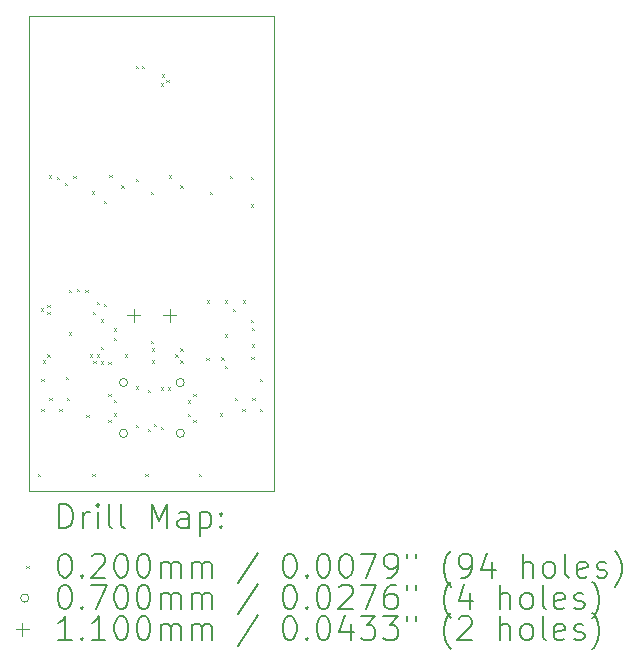
<source format=gbr>
%TF.GenerationSoftware,KiCad,Pcbnew,(6.0.9)*%
%TF.CreationDate,2022-12-23T14:19:24+01:00*%
%TF.ProjectId,Gigaset-Debug-Adapter,47696761-7365-4742-9d44-656275672d41,rev?*%
%TF.SameCoordinates,Original*%
%TF.FileFunction,Drillmap*%
%TF.FilePolarity,Positive*%
%FSLAX45Y45*%
G04 Gerber Fmt 4.5, Leading zero omitted, Abs format (unit mm)*
G04 Created by KiCad (PCBNEW (6.0.9)) date 2022-12-23 14:19:24*
%MOMM*%
%LPD*%
G01*
G04 APERTURE LIST*
%ADD10C,0.100000*%
%ADD11C,0.200000*%
%ADD12C,0.020000*%
%ADD13C,0.070000*%
%ADD14C,0.110000*%
G04 APERTURE END LIST*
D10*
X7068000Y-4225000D02*
X9140000Y-4225000D01*
X9140000Y-4225000D02*
X9140000Y-8245000D01*
X9140000Y-8245000D02*
X7068000Y-8245000D01*
X7068000Y-8245000D02*
X7068000Y-4225000D01*
D11*
D12*
X7140000Y-8100000D02*
X7160000Y-8120000D01*
X7160000Y-8100000D02*
X7140000Y-8120000D01*
X7165000Y-6700000D02*
X7185000Y-6720000D01*
X7185000Y-6700000D02*
X7165000Y-6720000D01*
X7170000Y-7300000D02*
X7190000Y-7320000D01*
X7190000Y-7300000D02*
X7170000Y-7320000D01*
X7170000Y-7550000D02*
X7190000Y-7570000D01*
X7190000Y-7550000D02*
X7170000Y-7570000D01*
X7180000Y-7140000D02*
X7200000Y-7160000D01*
X7200000Y-7140000D02*
X7180000Y-7160000D01*
X7220000Y-6670000D02*
X7240000Y-6690000D01*
X7240000Y-6670000D02*
X7220000Y-6690000D01*
X7220000Y-6730000D02*
X7240000Y-6750000D01*
X7240000Y-6730000D02*
X7220000Y-6750000D01*
X7220000Y-7090000D02*
X7240000Y-7110000D01*
X7240000Y-7090000D02*
X7220000Y-7110000D01*
X7230000Y-5575000D02*
X7250000Y-5595000D01*
X7250000Y-5575000D02*
X7230000Y-5595000D01*
X7235000Y-7460000D02*
X7255000Y-7480000D01*
X7255000Y-7460000D02*
X7235000Y-7480000D01*
X7300000Y-5585000D02*
X7320000Y-5605000D01*
X7320000Y-5585000D02*
X7300000Y-5605000D01*
X7320000Y-7550000D02*
X7340000Y-7570000D01*
X7340000Y-7550000D02*
X7320000Y-7570000D01*
X7370000Y-5640000D02*
X7390000Y-5660000D01*
X7390000Y-5640000D02*
X7370000Y-5660000D01*
X7375000Y-7280000D02*
X7395000Y-7300000D01*
X7395000Y-7280000D02*
X7375000Y-7300000D01*
X7385000Y-7460000D02*
X7405000Y-7480000D01*
X7405000Y-7460000D02*
X7385000Y-7480000D01*
X7400000Y-6545000D02*
X7420000Y-6565000D01*
X7420000Y-6545000D02*
X7400000Y-6565000D01*
X7400000Y-6905000D02*
X7420000Y-6925000D01*
X7420000Y-6905000D02*
X7400000Y-6925000D01*
X7440000Y-5580000D02*
X7460000Y-5600000D01*
X7460000Y-5580000D02*
X7440000Y-5600000D01*
X7470000Y-6535000D02*
X7490000Y-6555000D01*
X7490000Y-6535000D02*
X7470000Y-6555000D01*
X7540000Y-6545000D02*
X7560000Y-6565000D01*
X7560000Y-6545000D02*
X7540000Y-6565000D01*
X7550000Y-7600000D02*
X7570000Y-7620000D01*
X7570000Y-7600000D02*
X7550000Y-7620000D01*
X7580000Y-7090000D02*
X7600000Y-7110000D01*
X7600000Y-7090000D02*
X7580000Y-7110000D01*
X7595000Y-5710000D02*
X7615000Y-5730000D01*
X7615000Y-5710000D02*
X7595000Y-5730000D01*
X7600000Y-8100000D02*
X7620000Y-8120000D01*
X7620000Y-8100000D02*
X7600000Y-8120000D01*
X7605000Y-6730000D02*
X7625000Y-6750000D01*
X7625000Y-6730000D02*
X7605000Y-6750000D01*
X7610000Y-7145000D02*
X7630000Y-7165000D01*
X7630000Y-7145000D02*
X7610000Y-7165000D01*
X7640000Y-6645000D02*
X7660000Y-6665000D01*
X7660000Y-6645000D02*
X7640000Y-6665000D01*
X7640000Y-7090000D02*
X7660000Y-7110000D01*
X7660000Y-7090000D02*
X7640000Y-7110000D01*
X7670000Y-7150000D02*
X7690000Y-7170000D01*
X7690000Y-7150000D02*
X7670000Y-7170000D01*
X7675000Y-6795000D02*
X7695000Y-6815000D01*
X7695000Y-6795000D02*
X7675000Y-6815000D01*
X7675000Y-7025000D02*
X7695000Y-7045000D01*
X7695000Y-7025000D02*
X7675000Y-7045000D01*
X7700000Y-5790000D02*
X7720000Y-5810000D01*
X7720000Y-5790000D02*
X7700000Y-5810000D01*
X7700000Y-6660000D02*
X7720000Y-6680000D01*
X7720000Y-6660000D02*
X7700000Y-6680000D01*
X7735000Y-7155000D02*
X7755000Y-7175000D01*
X7755000Y-7155000D02*
X7735000Y-7175000D01*
X7735000Y-7425000D02*
X7755000Y-7445000D01*
X7755000Y-7425000D02*
X7735000Y-7445000D01*
X7735000Y-7645000D02*
X7755000Y-7665000D01*
X7755000Y-7645000D02*
X7735000Y-7665000D01*
X7745000Y-5570000D02*
X7765000Y-5590000D01*
X7765000Y-5570000D02*
X7745000Y-5590000D01*
X7780000Y-6870000D02*
X7800000Y-6890000D01*
X7800000Y-6870000D02*
X7780000Y-6890000D01*
X7780000Y-6950000D02*
X7800000Y-6970000D01*
X7800000Y-6950000D02*
X7780000Y-6970000D01*
X7780000Y-7475000D02*
X7800000Y-7495000D01*
X7800000Y-7475000D02*
X7780000Y-7495000D01*
X7780000Y-7590000D02*
X7800000Y-7610000D01*
X7800000Y-7590000D02*
X7780000Y-7610000D01*
X7845000Y-5660000D02*
X7865000Y-5680000D01*
X7865000Y-5660000D02*
X7845000Y-5680000D01*
X7874200Y-7090000D02*
X7894200Y-7110000D01*
X7894200Y-7090000D02*
X7874200Y-7110000D01*
X7969000Y-4650000D02*
X7989000Y-4670000D01*
X7989000Y-4650000D02*
X7969000Y-4670000D01*
X7970000Y-5605000D02*
X7990000Y-5625000D01*
X7990000Y-5605000D02*
X7970000Y-5625000D01*
X7970000Y-7360000D02*
X7990000Y-7380000D01*
X7990000Y-7360000D02*
X7970000Y-7380000D01*
X7970000Y-7685000D02*
X7990000Y-7705000D01*
X7990000Y-7685000D02*
X7970000Y-7705000D01*
X8022000Y-4650000D02*
X8042000Y-4670000D01*
X8042000Y-4650000D02*
X8022000Y-4670000D01*
X8050000Y-8100000D02*
X8070000Y-8120000D01*
X8070000Y-8100000D02*
X8050000Y-8120000D01*
X8070000Y-7388966D02*
X8090000Y-7408966D01*
X8090000Y-7388966D02*
X8070000Y-7408966D01*
X8070000Y-7720000D02*
X8090000Y-7740000D01*
X8090000Y-7720000D02*
X8070000Y-7740000D01*
X8095000Y-5715000D02*
X8115000Y-5735000D01*
X8115000Y-5715000D02*
X8095000Y-5735000D01*
X8095000Y-6975000D02*
X8115000Y-6995000D01*
X8115000Y-6975000D02*
X8095000Y-6995000D01*
X8104200Y-7040000D02*
X8124200Y-7060000D01*
X8124200Y-7040000D02*
X8104200Y-7060000D01*
X8104200Y-7140000D02*
X8124200Y-7160000D01*
X8124200Y-7140000D02*
X8104200Y-7160000D01*
X8120000Y-7677966D02*
X8140000Y-7697966D01*
X8140000Y-7677966D02*
X8120000Y-7697966D01*
X8180000Y-7370000D02*
X8200000Y-7390000D01*
X8200000Y-7370000D02*
X8180000Y-7390000D01*
X8180000Y-7705000D02*
X8200000Y-7725000D01*
X8200000Y-7705000D02*
X8180000Y-7725000D01*
X8181000Y-4795000D02*
X8201000Y-4815000D01*
X8201000Y-4795000D02*
X8181000Y-4815000D01*
X8188000Y-4718000D02*
X8208000Y-4738000D01*
X8208000Y-4718000D02*
X8188000Y-4738000D01*
X8227000Y-4764000D02*
X8247000Y-4784000D01*
X8247000Y-4764000D02*
X8227000Y-4784000D01*
X8240000Y-7370000D02*
X8260000Y-7390000D01*
X8260000Y-7370000D02*
X8240000Y-7390000D01*
X8250000Y-5575000D02*
X8270000Y-5595000D01*
X8270000Y-5575000D02*
X8250000Y-5595000D01*
X8304200Y-7090000D02*
X8324200Y-7110000D01*
X8324200Y-7090000D02*
X8304200Y-7110000D01*
X8344200Y-7040000D02*
X8364200Y-7060000D01*
X8364200Y-7040000D02*
X8344200Y-7060000D01*
X8344200Y-7140000D02*
X8364200Y-7160000D01*
X8364200Y-7140000D02*
X8344200Y-7160000D01*
X8345000Y-5660000D02*
X8365000Y-5680000D01*
X8365000Y-5660000D02*
X8345000Y-5680000D01*
X8410000Y-7479000D02*
X8430000Y-7499000D01*
X8430000Y-7479000D02*
X8410000Y-7499000D01*
X8410000Y-7594000D02*
X8430000Y-7614000D01*
X8430000Y-7594000D02*
X8410000Y-7614000D01*
X8455000Y-7424000D02*
X8475000Y-7444000D01*
X8475000Y-7424000D02*
X8455000Y-7444000D01*
X8455000Y-7644000D02*
X8475000Y-7664000D01*
X8475000Y-7644000D02*
X8455000Y-7664000D01*
X8500000Y-8100000D02*
X8520000Y-8120000D01*
X8520000Y-8100000D02*
X8500000Y-8120000D01*
X8565000Y-7120000D02*
X8585000Y-7140000D01*
X8585000Y-7120000D02*
X8565000Y-7140000D01*
X8571000Y-6632000D02*
X8591000Y-6652000D01*
X8591000Y-6632000D02*
X8571000Y-6652000D01*
X8595000Y-5715000D02*
X8615000Y-5735000D01*
X8615000Y-5715000D02*
X8595000Y-5735000D01*
X8680000Y-7590000D02*
X8700000Y-7610000D01*
X8700000Y-7590000D02*
X8680000Y-7610000D01*
X8693000Y-7117000D02*
X8713000Y-7137000D01*
X8713000Y-7117000D02*
X8693000Y-7137000D01*
X8720000Y-6920000D02*
X8740000Y-6940000D01*
X8740000Y-6920000D02*
X8720000Y-6940000D01*
X8721000Y-6633000D02*
X8741000Y-6653000D01*
X8741000Y-6633000D02*
X8721000Y-6653000D01*
X8721000Y-7189000D02*
X8741000Y-7209000D01*
X8741000Y-7189000D02*
X8721000Y-7209000D01*
X8765000Y-5580000D02*
X8785000Y-5600000D01*
X8785000Y-5580000D02*
X8765000Y-5600000D01*
X8788000Y-6707000D02*
X8808000Y-6727000D01*
X8808000Y-6707000D02*
X8788000Y-6727000D01*
X8805000Y-7460000D02*
X8825000Y-7480000D01*
X8825000Y-7460000D02*
X8805000Y-7480000D01*
X8870000Y-7550000D02*
X8890000Y-7570000D01*
X8890000Y-7550000D02*
X8870000Y-7570000D01*
X8876000Y-6634000D02*
X8896000Y-6654000D01*
X8896000Y-6634000D02*
X8876000Y-6654000D01*
X8940000Y-5585000D02*
X8960000Y-5605000D01*
X8960000Y-5585000D02*
X8940000Y-5605000D01*
X8940000Y-5820000D02*
X8960000Y-5840000D01*
X8960000Y-5820000D02*
X8940000Y-5840000D01*
X8945000Y-6800000D02*
X8965000Y-6820000D01*
X8965000Y-6800000D02*
X8945000Y-6820000D01*
X8947000Y-7110000D02*
X8967000Y-7130000D01*
X8967000Y-7110000D02*
X8947000Y-7130000D01*
X8950000Y-6868000D02*
X8970000Y-6888000D01*
X8970000Y-6868000D02*
X8950000Y-6888000D01*
X8950000Y-7006000D02*
X8970000Y-7026000D01*
X8970000Y-7006000D02*
X8950000Y-7026000D01*
X8955000Y-7460000D02*
X8975000Y-7480000D01*
X8975000Y-7460000D02*
X8955000Y-7480000D01*
X9020000Y-7300000D02*
X9040000Y-7320000D01*
X9040000Y-7300000D02*
X9020000Y-7320000D01*
X9020000Y-7550000D02*
X9040000Y-7570000D01*
X9040000Y-7550000D02*
X9020000Y-7570000D01*
D13*
X7900000Y-7328966D02*
G75*
G03*
X7900000Y-7328966I-35000J0D01*
G01*
X7900000Y-7758966D02*
G75*
G03*
X7900000Y-7758966I-35000J0D01*
G01*
X8380000Y-7328966D02*
G75*
G03*
X8380000Y-7328966I-35000J0D01*
G01*
X8380000Y-7758966D02*
G75*
G03*
X8380000Y-7758966I-35000J0D01*
G01*
D14*
X7949400Y-6704951D02*
X7949400Y-6814951D01*
X7894400Y-6759951D02*
X8004400Y-6759951D01*
X8254200Y-6704951D02*
X8254200Y-6814951D01*
X8199200Y-6759951D02*
X8309200Y-6759951D01*
D11*
X7320619Y-8560476D02*
X7320619Y-8360476D01*
X7368238Y-8360476D01*
X7396809Y-8370000D01*
X7415857Y-8389048D01*
X7425381Y-8408095D01*
X7434905Y-8446190D01*
X7434905Y-8474762D01*
X7425381Y-8512857D01*
X7415857Y-8531905D01*
X7396809Y-8550952D01*
X7368238Y-8560476D01*
X7320619Y-8560476D01*
X7520619Y-8560476D02*
X7520619Y-8427143D01*
X7520619Y-8465238D02*
X7530143Y-8446190D01*
X7539667Y-8436667D01*
X7558714Y-8427143D01*
X7577762Y-8427143D01*
X7644428Y-8560476D02*
X7644428Y-8427143D01*
X7644428Y-8360476D02*
X7634905Y-8370000D01*
X7644428Y-8379524D01*
X7653952Y-8370000D01*
X7644428Y-8360476D01*
X7644428Y-8379524D01*
X7768238Y-8560476D02*
X7749190Y-8550952D01*
X7739667Y-8531905D01*
X7739667Y-8360476D01*
X7873000Y-8560476D02*
X7853952Y-8550952D01*
X7844428Y-8531905D01*
X7844428Y-8360476D01*
X8101571Y-8560476D02*
X8101571Y-8360476D01*
X8168238Y-8503333D01*
X8234905Y-8360476D01*
X8234905Y-8560476D01*
X8415857Y-8560476D02*
X8415857Y-8455714D01*
X8406333Y-8436667D01*
X8387286Y-8427143D01*
X8349190Y-8427143D01*
X8330143Y-8436667D01*
X8415857Y-8550952D02*
X8396810Y-8560476D01*
X8349190Y-8560476D01*
X8330143Y-8550952D01*
X8320619Y-8531905D01*
X8320619Y-8512857D01*
X8330143Y-8493810D01*
X8349190Y-8484286D01*
X8396810Y-8484286D01*
X8415857Y-8474762D01*
X8511095Y-8427143D02*
X8511095Y-8627143D01*
X8511095Y-8436667D02*
X8530143Y-8427143D01*
X8568238Y-8427143D01*
X8587286Y-8436667D01*
X8596810Y-8446190D01*
X8606333Y-8465238D01*
X8606333Y-8522381D01*
X8596810Y-8541429D01*
X8587286Y-8550952D01*
X8568238Y-8560476D01*
X8530143Y-8560476D01*
X8511095Y-8550952D01*
X8692048Y-8541429D02*
X8701571Y-8550952D01*
X8692048Y-8560476D01*
X8682524Y-8550952D01*
X8692048Y-8541429D01*
X8692048Y-8560476D01*
X8692048Y-8436667D02*
X8701571Y-8446190D01*
X8692048Y-8455714D01*
X8682524Y-8446190D01*
X8692048Y-8436667D01*
X8692048Y-8455714D01*
D12*
X7043000Y-8880000D02*
X7063000Y-8900000D01*
X7063000Y-8880000D02*
X7043000Y-8900000D01*
D11*
X7358714Y-8780476D02*
X7377762Y-8780476D01*
X7396809Y-8790000D01*
X7406333Y-8799524D01*
X7415857Y-8818571D01*
X7425381Y-8856667D01*
X7425381Y-8904286D01*
X7415857Y-8942381D01*
X7406333Y-8961429D01*
X7396809Y-8970952D01*
X7377762Y-8980476D01*
X7358714Y-8980476D01*
X7339667Y-8970952D01*
X7330143Y-8961429D01*
X7320619Y-8942381D01*
X7311095Y-8904286D01*
X7311095Y-8856667D01*
X7320619Y-8818571D01*
X7330143Y-8799524D01*
X7339667Y-8790000D01*
X7358714Y-8780476D01*
X7511095Y-8961429D02*
X7520619Y-8970952D01*
X7511095Y-8980476D01*
X7501571Y-8970952D01*
X7511095Y-8961429D01*
X7511095Y-8980476D01*
X7596809Y-8799524D02*
X7606333Y-8790000D01*
X7625381Y-8780476D01*
X7673000Y-8780476D01*
X7692048Y-8790000D01*
X7701571Y-8799524D01*
X7711095Y-8818571D01*
X7711095Y-8837619D01*
X7701571Y-8866190D01*
X7587286Y-8980476D01*
X7711095Y-8980476D01*
X7834905Y-8780476D02*
X7853952Y-8780476D01*
X7873000Y-8790000D01*
X7882524Y-8799524D01*
X7892048Y-8818571D01*
X7901571Y-8856667D01*
X7901571Y-8904286D01*
X7892048Y-8942381D01*
X7882524Y-8961429D01*
X7873000Y-8970952D01*
X7853952Y-8980476D01*
X7834905Y-8980476D01*
X7815857Y-8970952D01*
X7806333Y-8961429D01*
X7796809Y-8942381D01*
X7787286Y-8904286D01*
X7787286Y-8856667D01*
X7796809Y-8818571D01*
X7806333Y-8799524D01*
X7815857Y-8790000D01*
X7834905Y-8780476D01*
X8025381Y-8780476D02*
X8044428Y-8780476D01*
X8063476Y-8790000D01*
X8073000Y-8799524D01*
X8082524Y-8818571D01*
X8092048Y-8856667D01*
X8092048Y-8904286D01*
X8082524Y-8942381D01*
X8073000Y-8961429D01*
X8063476Y-8970952D01*
X8044428Y-8980476D01*
X8025381Y-8980476D01*
X8006333Y-8970952D01*
X7996809Y-8961429D01*
X7987286Y-8942381D01*
X7977762Y-8904286D01*
X7977762Y-8856667D01*
X7987286Y-8818571D01*
X7996809Y-8799524D01*
X8006333Y-8790000D01*
X8025381Y-8780476D01*
X8177762Y-8980476D02*
X8177762Y-8847143D01*
X8177762Y-8866190D02*
X8187286Y-8856667D01*
X8206333Y-8847143D01*
X8234905Y-8847143D01*
X8253952Y-8856667D01*
X8263476Y-8875714D01*
X8263476Y-8980476D01*
X8263476Y-8875714D02*
X8273000Y-8856667D01*
X8292048Y-8847143D01*
X8320619Y-8847143D01*
X8339667Y-8856667D01*
X8349190Y-8875714D01*
X8349190Y-8980476D01*
X8444429Y-8980476D02*
X8444429Y-8847143D01*
X8444429Y-8866190D02*
X8453952Y-8856667D01*
X8473000Y-8847143D01*
X8501571Y-8847143D01*
X8520619Y-8856667D01*
X8530143Y-8875714D01*
X8530143Y-8980476D01*
X8530143Y-8875714D02*
X8539667Y-8856667D01*
X8558714Y-8847143D01*
X8587286Y-8847143D01*
X8606333Y-8856667D01*
X8615857Y-8875714D01*
X8615857Y-8980476D01*
X9006333Y-8770952D02*
X8834905Y-9028095D01*
X9263476Y-8780476D02*
X9282524Y-8780476D01*
X9301571Y-8790000D01*
X9311095Y-8799524D01*
X9320619Y-8818571D01*
X9330143Y-8856667D01*
X9330143Y-8904286D01*
X9320619Y-8942381D01*
X9311095Y-8961429D01*
X9301571Y-8970952D01*
X9282524Y-8980476D01*
X9263476Y-8980476D01*
X9244429Y-8970952D01*
X9234905Y-8961429D01*
X9225381Y-8942381D01*
X9215857Y-8904286D01*
X9215857Y-8856667D01*
X9225381Y-8818571D01*
X9234905Y-8799524D01*
X9244429Y-8790000D01*
X9263476Y-8780476D01*
X9415857Y-8961429D02*
X9425381Y-8970952D01*
X9415857Y-8980476D01*
X9406333Y-8970952D01*
X9415857Y-8961429D01*
X9415857Y-8980476D01*
X9549190Y-8780476D02*
X9568238Y-8780476D01*
X9587286Y-8790000D01*
X9596810Y-8799524D01*
X9606333Y-8818571D01*
X9615857Y-8856667D01*
X9615857Y-8904286D01*
X9606333Y-8942381D01*
X9596810Y-8961429D01*
X9587286Y-8970952D01*
X9568238Y-8980476D01*
X9549190Y-8980476D01*
X9530143Y-8970952D01*
X9520619Y-8961429D01*
X9511095Y-8942381D01*
X9501571Y-8904286D01*
X9501571Y-8856667D01*
X9511095Y-8818571D01*
X9520619Y-8799524D01*
X9530143Y-8790000D01*
X9549190Y-8780476D01*
X9739667Y-8780476D02*
X9758714Y-8780476D01*
X9777762Y-8790000D01*
X9787286Y-8799524D01*
X9796810Y-8818571D01*
X9806333Y-8856667D01*
X9806333Y-8904286D01*
X9796810Y-8942381D01*
X9787286Y-8961429D01*
X9777762Y-8970952D01*
X9758714Y-8980476D01*
X9739667Y-8980476D01*
X9720619Y-8970952D01*
X9711095Y-8961429D01*
X9701571Y-8942381D01*
X9692048Y-8904286D01*
X9692048Y-8856667D01*
X9701571Y-8818571D01*
X9711095Y-8799524D01*
X9720619Y-8790000D01*
X9739667Y-8780476D01*
X9873000Y-8780476D02*
X10006333Y-8780476D01*
X9920619Y-8980476D01*
X10092048Y-8980476D02*
X10130143Y-8980476D01*
X10149190Y-8970952D01*
X10158714Y-8961429D01*
X10177762Y-8932857D01*
X10187286Y-8894762D01*
X10187286Y-8818571D01*
X10177762Y-8799524D01*
X10168238Y-8790000D01*
X10149190Y-8780476D01*
X10111095Y-8780476D01*
X10092048Y-8790000D01*
X10082524Y-8799524D01*
X10073000Y-8818571D01*
X10073000Y-8866190D01*
X10082524Y-8885238D01*
X10092048Y-8894762D01*
X10111095Y-8904286D01*
X10149190Y-8904286D01*
X10168238Y-8894762D01*
X10177762Y-8885238D01*
X10187286Y-8866190D01*
X10263476Y-8780476D02*
X10263476Y-8818571D01*
X10339667Y-8780476D02*
X10339667Y-8818571D01*
X10634905Y-9056667D02*
X10625381Y-9047143D01*
X10606333Y-9018571D01*
X10596810Y-8999524D01*
X10587286Y-8970952D01*
X10577762Y-8923333D01*
X10577762Y-8885238D01*
X10587286Y-8837619D01*
X10596810Y-8809048D01*
X10606333Y-8790000D01*
X10625381Y-8761429D01*
X10634905Y-8751905D01*
X10720619Y-8980476D02*
X10758714Y-8980476D01*
X10777762Y-8970952D01*
X10787286Y-8961429D01*
X10806333Y-8932857D01*
X10815857Y-8894762D01*
X10815857Y-8818571D01*
X10806333Y-8799524D01*
X10796810Y-8790000D01*
X10777762Y-8780476D01*
X10739667Y-8780476D01*
X10720619Y-8790000D01*
X10711095Y-8799524D01*
X10701571Y-8818571D01*
X10701571Y-8866190D01*
X10711095Y-8885238D01*
X10720619Y-8894762D01*
X10739667Y-8904286D01*
X10777762Y-8904286D01*
X10796810Y-8894762D01*
X10806333Y-8885238D01*
X10815857Y-8866190D01*
X10987286Y-8847143D02*
X10987286Y-8980476D01*
X10939667Y-8770952D02*
X10892048Y-8913810D01*
X11015857Y-8913810D01*
X11244428Y-8980476D02*
X11244428Y-8780476D01*
X11330143Y-8980476D02*
X11330143Y-8875714D01*
X11320619Y-8856667D01*
X11301571Y-8847143D01*
X11273000Y-8847143D01*
X11253952Y-8856667D01*
X11244428Y-8866190D01*
X11453952Y-8980476D02*
X11434905Y-8970952D01*
X11425381Y-8961429D01*
X11415857Y-8942381D01*
X11415857Y-8885238D01*
X11425381Y-8866190D01*
X11434905Y-8856667D01*
X11453952Y-8847143D01*
X11482524Y-8847143D01*
X11501571Y-8856667D01*
X11511095Y-8866190D01*
X11520619Y-8885238D01*
X11520619Y-8942381D01*
X11511095Y-8961429D01*
X11501571Y-8970952D01*
X11482524Y-8980476D01*
X11453952Y-8980476D01*
X11634905Y-8980476D02*
X11615857Y-8970952D01*
X11606333Y-8951905D01*
X11606333Y-8780476D01*
X11787286Y-8970952D02*
X11768238Y-8980476D01*
X11730143Y-8980476D01*
X11711095Y-8970952D01*
X11701571Y-8951905D01*
X11701571Y-8875714D01*
X11711095Y-8856667D01*
X11730143Y-8847143D01*
X11768238Y-8847143D01*
X11787286Y-8856667D01*
X11796809Y-8875714D01*
X11796809Y-8894762D01*
X11701571Y-8913810D01*
X11873000Y-8970952D02*
X11892048Y-8980476D01*
X11930143Y-8980476D01*
X11949190Y-8970952D01*
X11958714Y-8951905D01*
X11958714Y-8942381D01*
X11949190Y-8923333D01*
X11930143Y-8913810D01*
X11901571Y-8913810D01*
X11882524Y-8904286D01*
X11873000Y-8885238D01*
X11873000Y-8875714D01*
X11882524Y-8856667D01*
X11901571Y-8847143D01*
X11930143Y-8847143D01*
X11949190Y-8856667D01*
X12025381Y-9056667D02*
X12034905Y-9047143D01*
X12053952Y-9018571D01*
X12063476Y-8999524D01*
X12073000Y-8970952D01*
X12082524Y-8923333D01*
X12082524Y-8885238D01*
X12073000Y-8837619D01*
X12063476Y-8809048D01*
X12053952Y-8790000D01*
X12034905Y-8761429D01*
X12025381Y-8751905D01*
D13*
X7063000Y-9154000D02*
G75*
G03*
X7063000Y-9154000I-35000J0D01*
G01*
D11*
X7358714Y-9044476D02*
X7377762Y-9044476D01*
X7396809Y-9054000D01*
X7406333Y-9063524D01*
X7415857Y-9082571D01*
X7425381Y-9120667D01*
X7425381Y-9168286D01*
X7415857Y-9206381D01*
X7406333Y-9225429D01*
X7396809Y-9234952D01*
X7377762Y-9244476D01*
X7358714Y-9244476D01*
X7339667Y-9234952D01*
X7330143Y-9225429D01*
X7320619Y-9206381D01*
X7311095Y-9168286D01*
X7311095Y-9120667D01*
X7320619Y-9082571D01*
X7330143Y-9063524D01*
X7339667Y-9054000D01*
X7358714Y-9044476D01*
X7511095Y-9225429D02*
X7520619Y-9234952D01*
X7511095Y-9244476D01*
X7501571Y-9234952D01*
X7511095Y-9225429D01*
X7511095Y-9244476D01*
X7587286Y-9044476D02*
X7720619Y-9044476D01*
X7634905Y-9244476D01*
X7834905Y-9044476D02*
X7853952Y-9044476D01*
X7873000Y-9054000D01*
X7882524Y-9063524D01*
X7892048Y-9082571D01*
X7901571Y-9120667D01*
X7901571Y-9168286D01*
X7892048Y-9206381D01*
X7882524Y-9225429D01*
X7873000Y-9234952D01*
X7853952Y-9244476D01*
X7834905Y-9244476D01*
X7815857Y-9234952D01*
X7806333Y-9225429D01*
X7796809Y-9206381D01*
X7787286Y-9168286D01*
X7787286Y-9120667D01*
X7796809Y-9082571D01*
X7806333Y-9063524D01*
X7815857Y-9054000D01*
X7834905Y-9044476D01*
X8025381Y-9044476D02*
X8044428Y-9044476D01*
X8063476Y-9054000D01*
X8073000Y-9063524D01*
X8082524Y-9082571D01*
X8092048Y-9120667D01*
X8092048Y-9168286D01*
X8082524Y-9206381D01*
X8073000Y-9225429D01*
X8063476Y-9234952D01*
X8044428Y-9244476D01*
X8025381Y-9244476D01*
X8006333Y-9234952D01*
X7996809Y-9225429D01*
X7987286Y-9206381D01*
X7977762Y-9168286D01*
X7977762Y-9120667D01*
X7987286Y-9082571D01*
X7996809Y-9063524D01*
X8006333Y-9054000D01*
X8025381Y-9044476D01*
X8177762Y-9244476D02*
X8177762Y-9111143D01*
X8177762Y-9130190D02*
X8187286Y-9120667D01*
X8206333Y-9111143D01*
X8234905Y-9111143D01*
X8253952Y-9120667D01*
X8263476Y-9139714D01*
X8263476Y-9244476D01*
X8263476Y-9139714D02*
X8273000Y-9120667D01*
X8292048Y-9111143D01*
X8320619Y-9111143D01*
X8339667Y-9120667D01*
X8349190Y-9139714D01*
X8349190Y-9244476D01*
X8444429Y-9244476D02*
X8444429Y-9111143D01*
X8444429Y-9130190D02*
X8453952Y-9120667D01*
X8473000Y-9111143D01*
X8501571Y-9111143D01*
X8520619Y-9120667D01*
X8530143Y-9139714D01*
X8530143Y-9244476D01*
X8530143Y-9139714D02*
X8539667Y-9120667D01*
X8558714Y-9111143D01*
X8587286Y-9111143D01*
X8606333Y-9120667D01*
X8615857Y-9139714D01*
X8615857Y-9244476D01*
X9006333Y-9034952D02*
X8834905Y-9292095D01*
X9263476Y-9044476D02*
X9282524Y-9044476D01*
X9301571Y-9054000D01*
X9311095Y-9063524D01*
X9320619Y-9082571D01*
X9330143Y-9120667D01*
X9330143Y-9168286D01*
X9320619Y-9206381D01*
X9311095Y-9225429D01*
X9301571Y-9234952D01*
X9282524Y-9244476D01*
X9263476Y-9244476D01*
X9244429Y-9234952D01*
X9234905Y-9225429D01*
X9225381Y-9206381D01*
X9215857Y-9168286D01*
X9215857Y-9120667D01*
X9225381Y-9082571D01*
X9234905Y-9063524D01*
X9244429Y-9054000D01*
X9263476Y-9044476D01*
X9415857Y-9225429D02*
X9425381Y-9234952D01*
X9415857Y-9244476D01*
X9406333Y-9234952D01*
X9415857Y-9225429D01*
X9415857Y-9244476D01*
X9549190Y-9044476D02*
X9568238Y-9044476D01*
X9587286Y-9054000D01*
X9596810Y-9063524D01*
X9606333Y-9082571D01*
X9615857Y-9120667D01*
X9615857Y-9168286D01*
X9606333Y-9206381D01*
X9596810Y-9225429D01*
X9587286Y-9234952D01*
X9568238Y-9244476D01*
X9549190Y-9244476D01*
X9530143Y-9234952D01*
X9520619Y-9225429D01*
X9511095Y-9206381D01*
X9501571Y-9168286D01*
X9501571Y-9120667D01*
X9511095Y-9082571D01*
X9520619Y-9063524D01*
X9530143Y-9054000D01*
X9549190Y-9044476D01*
X9692048Y-9063524D02*
X9701571Y-9054000D01*
X9720619Y-9044476D01*
X9768238Y-9044476D01*
X9787286Y-9054000D01*
X9796810Y-9063524D01*
X9806333Y-9082571D01*
X9806333Y-9101619D01*
X9796810Y-9130190D01*
X9682524Y-9244476D01*
X9806333Y-9244476D01*
X9873000Y-9044476D02*
X10006333Y-9044476D01*
X9920619Y-9244476D01*
X10168238Y-9044476D02*
X10130143Y-9044476D01*
X10111095Y-9054000D01*
X10101571Y-9063524D01*
X10082524Y-9092095D01*
X10073000Y-9130190D01*
X10073000Y-9206381D01*
X10082524Y-9225429D01*
X10092048Y-9234952D01*
X10111095Y-9244476D01*
X10149190Y-9244476D01*
X10168238Y-9234952D01*
X10177762Y-9225429D01*
X10187286Y-9206381D01*
X10187286Y-9158762D01*
X10177762Y-9139714D01*
X10168238Y-9130190D01*
X10149190Y-9120667D01*
X10111095Y-9120667D01*
X10092048Y-9130190D01*
X10082524Y-9139714D01*
X10073000Y-9158762D01*
X10263476Y-9044476D02*
X10263476Y-9082571D01*
X10339667Y-9044476D02*
X10339667Y-9082571D01*
X10634905Y-9320667D02*
X10625381Y-9311143D01*
X10606333Y-9282571D01*
X10596810Y-9263524D01*
X10587286Y-9234952D01*
X10577762Y-9187333D01*
X10577762Y-9149238D01*
X10587286Y-9101619D01*
X10596810Y-9073048D01*
X10606333Y-9054000D01*
X10625381Y-9025429D01*
X10634905Y-9015905D01*
X10796810Y-9111143D02*
X10796810Y-9244476D01*
X10749190Y-9034952D02*
X10701571Y-9177810D01*
X10825381Y-9177810D01*
X11053952Y-9244476D02*
X11053952Y-9044476D01*
X11139667Y-9244476D02*
X11139667Y-9139714D01*
X11130143Y-9120667D01*
X11111095Y-9111143D01*
X11082524Y-9111143D01*
X11063476Y-9120667D01*
X11053952Y-9130190D01*
X11263476Y-9244476D02*
X11244428Y-9234952D01*
X11234905Y-9225429D01*
X11225381Y-9206381D01*
X11225381Y-9149238D01*
X11234905Y-9130190D01*
X11244428Y-9120667D01*
X11263476Y-9111143D01*
X11292048Y-9111143D01*
X11311095Y-9120667D01*
X11320619Y-9130190D01*
X11330143Y-9149238D01*
X11330143Y-9206381D01*
X11320619Y-9225429D01*
X11311095Y-9234952D01*
X11292048Y-9244476D01*
X11263476Y-9244476D01*
X11444428Y-9244476D02*
X11425381Y-9234952D01*
X11415857Y-9215905D01*
X11415857Y-9044476D01*
X11596809Y-9234952D02*
X11577762Y-9244476D01*
X11539667Y-9244476D01*
X11520619Y-9234952D01*
X11511095Y-9215905D01*
X11511095Y-9139714D01*
X11520619Y-9120667D01*
X11539667Y-9111143D01*
X11577762Y-9111143D01*
X11596809Y-9120667D01*
X11606333Y-9139714D01*
X11606333Y-9158762D01*
X11511095Y-9177810D01*
X11682524Y-9234952D02*
X11701571Y-9244476D01*
X11739667Y-9244476D01*
X11758714Y-9234952D01*
X11768238Y-9215905D01*
X11768238Y-9206381D01*
X11758714Y-9187333D01*
X11739667Y-9177810D01*
X11711095Y-9177810D01*
X11692048Y-9168286D01*
X11682524Y-9149238D01*
X11682524Y-9139714D01*
X11692048Y-9120667D01*
X11711095Y-9111143D01*
X11739667Y-9111143D01*
X11758714Y-9120667D01*
X11834905Y-9320667D02*
X11844428Y-9311143D01*
X11863476Y-9282571D01*
X11873000Y-9263524D01*
X11882524Y-9234952D01*
X11892048Y-9187333D01*
X11892048Y-9149238D01*
X11882524Y-9101619D01*
X11873000Y-9073048D01*
X11863476Y-9054000D01*
X11844428Y-9025429D01*
X11834905Y-9015905D01*
D14*
X7008000Y-9363000D02*
X7008000Y-9473000D01*
X6953000Y-9418000D02*
X7063000Y-9418000D01*
D11*
X7425381Y-9508476D02*
X7311095Y-9508476D01*
X7368238Y-9508476D02*
X7368238Y-9308476D01*
X7349190Y-9337048D01*
X7330143Y-9356095D01*
X7311095Y-9365619D01*
X7511095Y-9489429D02*
X7520619Y-9498952D01*
X7511095Y-9508476D01*
X7501571Y-9498952D01*
X7511095Y-9489429D01*
X7511095Y-9508476D01*
X7711095Y-9508476D02*
X7596809Y-9508476D01*
X7653952Y-9508476D02*
X7653952Y-9308476D01*
X7634905Y-9337048D01*
X7615857Y-9356095D01*
X7596809Y-9365619D01*
X7834905Y-9308476D02*
X7853952Y-9308476D01*
X7873000Y-9318000D01*
X7882524Y-9327524D01*
X7892048Y-9346571D01*
X7901571Y-9384667D01*
X7901571Y-9432286D01*
X7892048Y-9470381D01*
X7882524Y-9489429D01*
X7873000Y-9498952D01*
X7853952Y-9508476D01*
X7834905Y-9508476D01*
X7815857Y-9498952D01*
X7806333Y-9489429D01*
X7796809Y-9470381D01*
X7787286Y-9432286D01*
X7787286Y-9384667D01*
X7796809Y-9346571D01*
X7806333Y-9327524D01*
X7815857Y-9318000D01*
X7834905Y-9308476D01*
X8025381Y-9308476D02*
X8044428Y-9308476D01*
X8063476Y-9318000D01*
X8073000Y-9327524D01*
X8082524Y-9346571D01*
X8092048Y-9384667D01*
X8092048Y-9432286D01*
X8082524Y-9470381D01*
X8073000Y-9489429D01*
X8063476Y-9498952D01*
X8044428Y-9508476D01*
X8025381Y-9508476D01*
X8006333Y-9498952D01*
X7996809Y-9489429D01*
X7987286Y-9470381D01*
X7977762Y-9432286D01*
X7977762Y-9384667D01*
X7987286Y-9346571D01*
X7996809Y-9327524D01*
X8006333Y-9318000D01*
X8025381Y-9308476D01*
X8177762Y-9508476D02*
X8177762Y-9375143D01*
X8177762Y-9394190D02*
X8187286Y-9384667D01*
X8206333Y-9375143D01*
X8234905Y-9375143D01*
X8253952Y-9384667D01*
X8263476Y-9403714D01*
X8263476Y-9508476D01*
X8263476Y-9403714D02*
X8273000Y-9384667D01*
X8292048Y-9375143D01*
X8320619Y-9375143D01*
X8339667Y-9384667D01*
X8349190Y-9403714D01*
X8349190Y-9508476D01*
X8444429Y-9508476D02*
X8444429Y-9375143D01*
X8444429Y-9394190D02*
X8453952Y-9384667D01*
X8473000Y-9375143D01*
X8501571Y-9375143D01*
X8520619Y-9384667D01*
X8530143Y-9403714D01*
X8530143Y-9508476D01*
X8530143Y-9403714D02*
X8539667Y-9384667D01*
X8558714Y-9375143D01*
X8587286Y-9375143D01*
X8606333Y-9384667D01*
X8615857Y-9403714D01*
X8615857Y-9508476D01*
X9006333Y-9298952D02*
X8834905Y-9556095D01*
X9263476Y-9308476D02*
X9282524Y-9308476D01*
X9301571Y-9318000D01*
X9311095Y-9327524D01*
X9320619Y-9346571D01*
X9330143Y-9384667D01*
X9330143Y-9432286D01*
X9320619Y-9470381D01*
X9311095Y-9489429D01*
X9301571Y-9498952D01*
X9282524Y-9508476D01*
X9263476Y-9508476D01*
X9244429Y-9498952D01*
X9234905Y-9489429D01*
X9225381Y-9470381D01*
X9215857Y-9432286D01*
X9215857Y-9384667D01*
X9225381Y-9346571D01*
X9234905Y-9327524D01*
X9244429Y-9318000D01*
X9263476Y-9308476D01*
X9415857Y-9489429D02*
X9425381Y-9498952D01*
X9415857Y-9508476D01*
X9406333Y-9498952D01*
X9415857Y-9489429D01*
X9415857Y-9508476D01*
X9549190Y-9308476D02*
X9568238Y-9308476D01*
X9587286Y-9318000D01*
X9596810Y-9327524D01*
X9606333Y-9346571D01*
X9615857Y-9384667D01*
X9615857Y-9432286D01*
X9606333Y-9470381D01*
X9596810Y-9489429D01*
X9587286Y-9498952D01*
X9568238Y-9508476D01*
X9549190Y-9508476D01*
X9530143Y-9498952D01*
X9520619Y-9489429D01*
X9511095Y-9470381D01*
X9501571Y-9432286D01*
X9501571Y-9384667D01*
X9511095Y-9346571D01*
X9520619Y-9327524D01*
X9530143Y-9318000D01*
X9549190Y-9308476D01*
X9787286Y-9375143D02*
X9787286Y-9508476D01*
X9739667Y-9298952D02*
X9692048Y-9441810D01*
X9815857Y-9441810D01*
X9873000Y-9308476D02*
X9996810Y-9308476D01*
X9930143Y-9384667D01*
X9958714Y-9384667D01*
X9977762Y-9394190D01*
X9987286Y-9403714D01*
X9996810Y-9422762D01*
X9996810Y-9470381D01*
X9987286Y-9489429D01*
X9977762Y-9498952D01*
X9958714Y-9508476D01*
X9901571Y-9508476D01*
X9882524Y-9498952D01*
X9873000Y-9489429D01*
X10063476Y-9308476D02*
X10187286Y-9308476D01*
X10120619Y-9384667D01*
X10149190Y-9384667D01*
X10168238Y-9394190D01*
X10177762Y-9403714D01*
X10187286Y-9422762D01*
X10187286Y-9470381D01*
X10177762Y-9489429D01*
X10168238Y-9498952D01*
X10149190Y-9508476D01*
X10092048Y-9508476D01*
X10073000Y-9498952D01*
X10063476Y-9489429D01*
X10263476Y-9308476D02*
X10263476Y-9346571D01*
X10339667Y-9308476D02*
X10339667Y-9346571D01*
X10634905Y-9584667D02*
X10625381Y-9575143D01*
X10606333Y-9546571D01*
X10596810Y-9527524D01*
X10587286Y-9498952D01*
X10577762Y-9451333D01*
X10577762Y-9413238D01*
X10587286Y-9365619D01*
X10596810Y-9337048D01*
X10606333Y-9318000D01*
X10625381Y-9289429D01*
X10634905Y-9279905D01*
X10701571Y-9327524D02*
X10711095Y-9318000D01*
X10730143Y-9308476D01*
X10777762Y-9308476D01*
X10796810Y-9318000D01*
X10806333Y-9327524D01*
X10815857Y-9346571D01*
X10815857Y-9365619D01*
X10806333Y-9394190D01*
X10692048Y-9508476D01*
X10815857Y-9508476D01*
X11053952Y-9508476D02*
X11053952Y-9308476D01*
X11139667Y-9508476D02*
X11139667Y-9403714D01*
X11130143Y-9384667D01*
X11111095Y-9375143D01*
X11082524Y-9375143D01*
X11063476Y-9384667D01*
X11053952Y-9394190D01*
X11263476Y-9508476D02*
X11244428Y-9498952D01*
X11234905Y-9489429D01*
X11225381Y-9470381D01*
X11225381Y-9413238D01*
X11234905Y-9394190D01*
X11244428Y-9384667D01*
X11263476Y-9375143D01*
X11292048Y-9375143D01*
X11311095Y-9384667D01*
X11320619Y-9394190D01*
X11330143Y-9413238D01*
X11330143Y-9470381D01*
X11320619Y-9489429D01*
X11311095Y-9498952D01*
X11292048Y-9508476D01*
X11263476Y-9508476D01*
X11444428Y-9508476D02*
X11425381Y-9498952D01*
X11415857Y-9479905D01*
X11415857Y-9308476D01*
X11596809Y-9498952D02*
X11577762Y-9508476D01*
X11539667Y-9508476D01*
X11520619Y-9498952D01*
X11511095Y-9479905D01*
X11511095Y-9403714D01*
X11520619Y-9384667D01*
X11539667Y-9375143D01*
X11577762Y-9375143D01*
X11596809Y-9384667D01*
X11606333Y-9403714D01*
X11606333Y-9422762D01*
X11511095Y-9441810D01*
X11682524Y-9498952D02*
X11701571Y-9508476D01*
X11739667Y-9508476D01*
X11758714Y-9498952D01*
X11768238Y-9479905D01*
X11768238Y-9470381D01*
X11758714Y-9451333D01*
X11739667Y-9441810D01*
X11711095Y-9441810D01*
X11692048Y-9432286D01*
X11682524Y-9413238D01*
X11682524Y-9403714D01*
X11692048Y-9384667D01*
X11711095Y-9375143D01*
X11739667Y-9375143D01*
X11758714Y-9384667D01*
X11834905Y-9584667D02*
X11844428Y-9575143D01*
X11863476Y-9546571D01*
X11873000Y-9527524D01*
X11882524Y-9498952D01*
X11892048Y-9451333D01*
X11892048Y-9413238D01*
X11882524Y-9365619D01*
X11873000Y-9337048D01*
X11863476Y-9318000D01*
X11844428Y-9289429D01*
X11834905Y-9279905D01*
M02*

</source>
